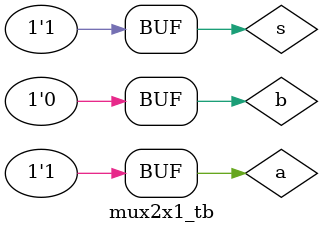
<source format=sv>

`timescale 1 ns/10 ps

module mux2x1_tb;

    reg a, b, s;
  	assign a = 1;
    assign b = 0;
  	
    wire y;

    localparam period = 20;  

  mux2x1 UUT (.s(s), .y(y));
    
    initial 
        begin
          	$dumpfile("dump.vcd");
    		$dumpvars(1);
          
          	s = 0;
            #period;

          	s = 1;
            #period;

        end
  always@(s) 
    $monitor("At time = %t, Output = %d, S1 = %d", $time, y, s);

endmodule

</source>
